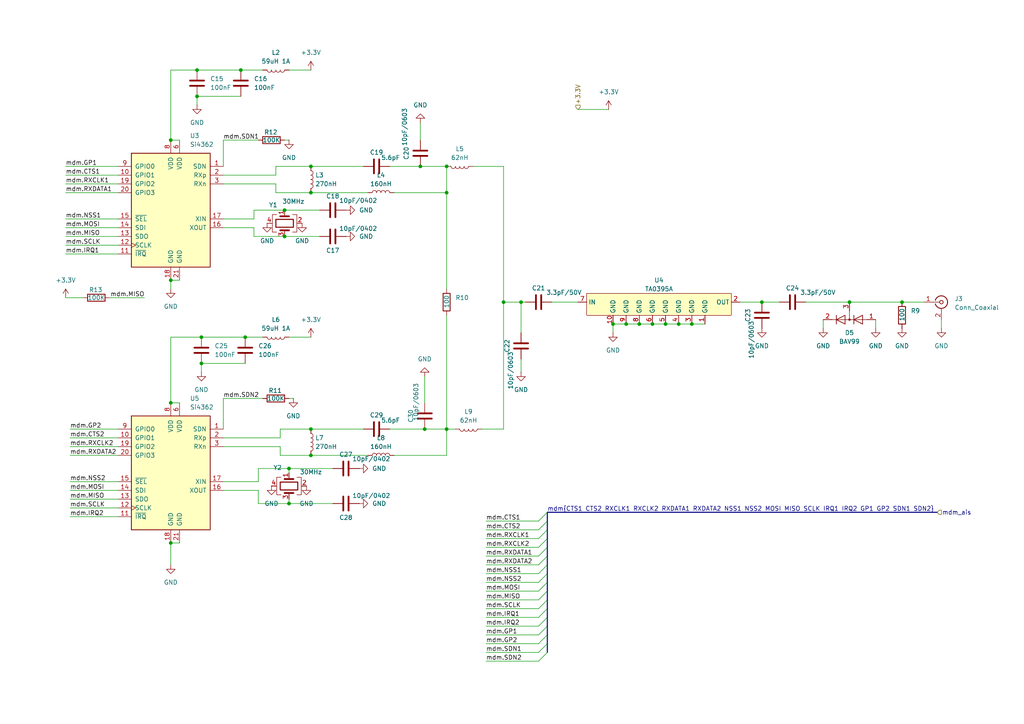
<source format=kicad_sch>
(kicad_sch (version 20231120) (generator "eeschema") (generator_version "8.0")
  (paper "A4")
  (lib_symbols
    (symbol "Connector:Conn_Coaxial" (pin_names (offset 1.016) hide)
      (property "Reference" "J" (at 0.254 3.048 0))
      (property "Value" "Conn_Coaxial" (at 2.921 0 90))
      (symbol "Conn_Coaxial_0_1"
        (arc (start -1.778 -0.508) (mid 0.2311 -1.8066) (end 1.778 0) (stroke (width 0.254)))
        (polyline (pts (xy -2.54 0) (xy -0.508 0)))
        (polyline (pts (xy 0 -2.54) (xy 0 -1.778)))
        (circle (center 0 0) (radius 0.508) (stroke (width 0.2032)))
        (arc (start 1.778 0) (mid 0.2099 1.8101) (end -1.778 0.508) (stroke (width 0.254)))
      )
      (symbol "Conn_Coaxial_1_1"
        (pin passive line (at -5.08 0 0) (length 2.54) (name "In") (number "1"))
        (pin passive line (at 0 -5.08 90) (length 2.54) (name "Ext") (number "2"))
      )
    )
    (symbol "Device:C" (pin_numbers hide) (pin_names (offset 0.254))
      (property "Reference" "C" (at 0.635 2.54 0))
      (property "Value" "C" (at 0.635 -2.54 0))
      (symbol "C_0_1"
        (polyline (pts (xy -2.032 -0.762) (xy 2.032 -0.762)) (stroke (width 0.508)))
        (polyline (pts (xy -2.032 0.762) (xy 2.032 0.762)) (stroke (width 0.508)))
      )
      (symbol "C_1_1"
        (pin passive line (at 0 3.81 270) (length 2.794) (name "~") (number "1"))
        (pin passive line (at 0 -3.81 90) (length 2.794) (name "~") (number "2"))
      )
    )
    (symbol "Device:Crystal_GND24" (pin_names (offset 1.016) hide)
      (property "Reference" "Y" (at 3.175 5.08 0))
      (property "Value" "Crystal_GND24" (at 3.175 3.175 0))
      (symbol "Crystal_GND24_0_1"
        (rectangle (start -1.143 2.54) (end 1.143 -2.54) (stroke (width 0.3048)))
        (polyline (pts (xy -2.54 0) (xy -2.032 0)))
        (polyline (pts (xy -2.032 -1.27) (xy -2.032 1.27)) (stroke (width 0.508)))
        (polyline (pts (xy 0 -3.81) (xy 0 -3.556)))
        (polyline (pts (xy 0 3.556) (xy 0 3.81)))
        (polyline (pts (xy 2.032 -1.27) (xy 2.032 1.27)) (stroke (width 0.508)))
        (polyline (pts (xy 2.032 0) (xy 2.54 0)))
        (polyline (pts (xy -2.54 -2.286) (xy -2.54 -3.556) (xy 2.54 -3.556) (xy 2.54 -2.286)))
        (polyline (pts (xy -2.54 2.286) (xy -2.54 3.556) (xy 2.54 3.556) (xy 2.54 2.286)))
      )
      (symbol "Crystal_GND24_1_1"
        (pin passive line (at -3.81 0 0) (length 1.27) (name "1") (number "1"))
        (pin passive line (at 0 5.08 270) (length 1.27) (name "2") (number "2"))
        (pin passive line (at 3.81 0 180) (length 1.27) (name "3") (number "3"))
        (pin passive line (at 0 -5.08 90) (length 1.27) (name "4") (number "4"))
      )
    )
    (symbol "Device:L" (pin_numbers hide) (pin_names (offset 1.016) hide)
      (property "Reference" "L" (at -1.27 0 90))
      (property "Value" "L" (at 1.905 0 90))
      (symbol "L_0_1"
        (arc (start 0 -2.54) (mid 0.6323 -1.905) (end 0 -1.27))
        (arc (start 0 -1.27) (mid 0.6323 -0.635) (end 0 0))
        (arc (start 0 0) (mid 0.6323 0.635) (end 0 1.27))
        (arc (start 0 1.27) (mid 0.6323 1.905) (end 0 2.54))
      )
      (symbol "L_1_1"
        (pin passive line (at 0 3.81 270) (length 1.27) (name "1") (number "1"))
        (pin passive line (at 0 -3.81 90) (length 1.27) (name "2") (number "2"))
      )
    )
    (symbol "Device:R" (pin_numbers hide) (pin_names (offset 0))
      (property "Reference" "R" (at 2.032 0 90))
      (property "Value" "R" (at 0 0 90))
      (symbol "R_0_1"
        (rectangle (start -1.016 -2.54) (end 1.016 2.54) (stroke (width 0.254)))
      )
      (symbol "R_1_1"
        (pin passive line (at 0 3.81 270) (length 1.27) (name "~") (number "1"))
        (pin passive line (at 0 -3.81 90) (length 1.27) (name "~") (number "2"))
      )
    )
    (symbol "Diode:BAV99" (pin_names hide)
      (property "Reference" "D" (at 0 5.08 0))
      (property "Value" "BAV99" (at 0 2.54 0))
      (symbol "BAV99_0_1"
        (polyline (pts (xy -5.08 0) (xy 5.08 0)))
      )
      (symbol "BAV99_1_1"
        (polyline (pts (xy 0 0) (xy 0 -2.54)))
        (polyline (pts (xy -1.27 -1.27) (xy -1.27 1.27) (xy -1.27 1.27)) (stroke (width 0.2032)))
        (polyline (pts (xy 3.81 1.27) (xy 3.81 -1.27) (xy 3.81 -1.27)) (stroke (width 0.2032)))
        (polyline (pts (xy -3.81 1.27) (xy -1.27 0) (xy -3.81 -1.27) (xy -3.81 1.27) (xy -3.81 1.27) (xy -3.81 1.27)) (stroke (width 0.2032)))
        (polyline (pts (xy 1.27 1.27) (xy 3.81 0) (xy 1.27 -1.27) (xy 1.27 1.27) (xy 1.27 1.27) (xy 1.27 1.27)) (stroke (width 0.2032)))
        (circle (center 0 0) (radius 0.254) (fill (type outline)))
        (pin passive line (at -7.62 0 0) (length 2.54) (name "K") (number "1"))
        (pin passive line (at 7.62 0 180) (length 2.54) (name "A") (number "2"))
        (pin passive line (at 0 -5.08 90) (length 2.54) (name "K") (number "3"))
      )
    )
    (symbol "RF_AM_FM:Si4362" (pin_names (offset 1.016))
      (property "Reference" "U" (at -5.08 19.685 0))
      (property "Value" "Si4362" (at -5.08 17.78 0))
      (symbol "Si4362_0_1"
        (rectangle (start -11.43 16.51) (end 11.43 -16.51) (stroke (width 0.254)) (fill (type background)))
      )
      (symbol "Si4362_1_1"
        (pin input line (at -15.24 12.7 0) (length 3.81) (name "SDN") (number "1"))
        (pin bidirectional line (at 15.24 10.16 180) (length 3.81) (name "GPIO1") (number "10"))
        (pin output line (at 15.24 -12.7 180) (length 3.81) (name "~{IRQ}") (number "11"))
        (pin input clock (at 15.24 -10.16 180) (length 3.81) (name "SCLK") (number "12"))
        (pin output line (at 15.24 -7.62 180) (length 3.81) (name "SDO") (number "13"))
        (pin input line (at 15.24 -5.08 180) (length 3.81) (name "SDI") (number "14"))
        (pin input line (at 15.24 -2.54 180) (length 3.81) (name "~{SEL}") (number "15"))
        (pin output line (at -15.24 -5.08 0) (length 3.81) (name "XOUT") (number "16"))
        (pin input line (at -15.24 -2.54 0) (length 3.81) (name "XIN") (number "17"))
        (pin power_in line (at 0 -20.32 90) (length 3.81) (name "GND") (number "18"))
        (pin bidirectional line (at 15.24 7.62 180) (length 3.81) (name "GPIO2") (number "19"))
        (pin input line (at -15.24 10.16 0) (length 3.81) (name "RXp") (number "2"))
        (pin bidirectional line (at 15.24 5.08 180) (length 3.81) (name "GPIO3") (number "20"))
        (pin power_in line (at -2.54 -20.32 90) (length 3.81) (name "GND") (number "21"))
        (pin input line (at -15.24 7.62 0) (length 3.81) (name "RXn") (number "3"))
        (pin no_connect line (at 2.54 -16.51 90) (length 3.81) hide (name "NC") (number "4"))
        (pin no_connect line (at 5.08 -16.51 90) (length 3.81) hide (name "NC") (number "5"))
        (pin power_in line (at -2.54 20.32 270) (length 3.81) (name "VDD") (number "6"))
        (pin no_connect line (at 7.62 -16.51 90) (length 3.81) hide (name "NC") (number "7"))
        (pin power_in line (at 0 20.32 270) (length 3.81) (name "VDD") (number "8"))
        (pin bidirectional line (at 15.24 12.7 180) (length 3.81) (name "GPIO0") (number "9"))
      )
    )
    (symbol "SI_RF_FILTER:RF_FILTER"
      (property "Reference" "U" (at 0 0 0))
      (symbol "RF_FILTER_1_1"
        (rectangle (start 12.7 11.43) (end 54.61 5.08) (fill (type background)))
        (pin input line (at 20.32 2.54 90) (length 2.54) (name "GND") (number "1"))
        (pin input line (at 46.99 2.54 90) (length 2.54) (name "GND") (number "10"))
        (pin input line (at 10.16 8.89 0) (length 2.54) (name "OUT") (number "2"))
        (pin input line (at 24.13 2.54 90) (length 2.54) (name "GND") (number "3"))
        (pin input line (at 27.94 2.54 90) (length 2.54) (name "GND") (number "4"))
        (pin input line (at 31.75 2.54 90) (length 2.54) (name "GND") (number "5"))
        (pin input line (at 35.56 2.54 90) (length 2.54) (name "GND") (number "6"))
        (pin input line (at 57.15 8.89 180) (length 2.54) (name "IN") (number "7"))
        (pin input line (at 39.37 2.54 90) (length 2.54) (name "GND") (number "8"))
        (pin input line (at 43.18 2.54 90) (length 2.54) (name "GND") (number "9"))
      )
    )
    (symbol "power:+3.3V" (power) (pin_numbers hide) (pin_names (offset 0) hide)
      (property "Value" "+3.3V" (at 0 3.556 0))
      (symbol "+3.3V_0_1"
        (polyline (pts (xy -0.762 1.27) (xy 0 2.54)))
        (polyline (pts (xy 0 0) (xy 0 2.54)))
        (polyline (pts (xy 0 2.54) (xy 0.762 1.27)))
      )
      (symbol "+3.3V_1_1"
        (pin power_in line (at 0 0 90) (length 0) (name "~") (number "1"))
      )
    )
    (symbol "power:GND" (power) (pin_numbers hide) (pin_names (offset 0) hide)
      (property "Value" "GND" (at 0 -3.81 0))
      (symbol "GND_0_1"
        (polyline (pts (xy 0 0) (xy 0 -1.27) (xy 1.27 -1.27) (xy 0 -2.54) (xy -1.27 -1.27) (xy 0 -1.27)))
      )
      (symbol "GND_1_1"
        (pin power_in line (at 0 0 270) (length 0) (name "~") (number "1"))
      )
    )
  )
  (junction (at 71.12 97.79))
  (junction (at 261.62 87.63))
  (junction (at 146.05 87.63))
  (junction (at 90.17 124.46))
  (junction (at 185.42 93.98))
  (junction (at 69.85 20.32))
  (junction (at 90.17 132.08))
  (junction (at 83.82 146.05))
  (junction (at 181.61 93.98))
  (junction (at 196.85 93.98))
  (junction (at 83.82 135.89))
  (junction (at 57.15 20.32))
  (junction (at 82.55 60.96))
  (junction (at 58.42 105.41))
  (junction (at 129.54 55.88))
  (junction (at 189.23 93.98))
  (junction (at 200.66 93.98))
  (junction (at 129.54 48.26))
  (junction (at 177.8 93.98))
  (junction (at 49.53 157.48))
  (junction (at 129.54 124.46))
  (junction (at 49.53 40.64))
  (junction (at 193.04 93.98))
  (junction (at 90.17 48.26))
  (junction (at 151.13 87.63))
  (junction (at 57.15 27.94))
  (junction (at 121.92 48.26))
  (junction (at 49.53 81.28))
  (junction (at 123.19 124.46))
  (junction (at 58.42 97.79))
  (junction (at 220.98 87.63))
  (junction (at 246.38 87.63))
  (junction (at 90.17 55.88))
  (junction (at 82.55 68.58))
  (junction (at 49.53 116.84))
  (bus_entry (at 158.75 151.13) (size -2.54 2.54))
  (bus_entry (at 158.75 181.61) (size -2.54 2.54))
  (bus_entry (at 158.75 163.83) (size -2.54 2.54))
  (bus_entry (at 158.75 179.07) (size -2.54 2.54))
  (bus_entry (at 158.75 184.15) (size -2.54 2.54))
  (bus_entry (at 158.75 158.75) (size -2.54 2.54))
  (bus_entry (at 158.75 189.23) (size -2.54 2.54))
  (bus_entry (at 158.75 148.59) (size -2.54 2.54))
  (bus_entry (at 158.75 156.21) (size -2.54 2.54))
  (bus_entry (at 158.75 173.99) (size -2.54 2.54))
  (bus_entry (at 158.75 168.91) (size -2.54 2.54))
  (bus_entry (at 158.75 176.53) (size -2.54 2.54))
  (bus_entry (at 158.75 153.67) (size -2.54 2.54))
  (bus_entry (at 158.75 186.69) (size -2.54 2.54))
  (bus_entry (at 158.75 171.45) (size -2.54 2.54))
  (bus_entry (at 158.75 161.29) (size -2.54 2.54))
  (bus_entry (at 158.75 166.37) (size -2.54 2.54))
  (wire (pts (xy 140.97 173.99) (xy 156.21 173.99)))
  (bus (pts (xy 158.75 171.45) (xy 158.75 173.99)))
  (wire (pts (xy 139.7 124.46) (xy 146.05 124.46)))
  (wire (pts (xy 254 95.25) (xy 254 92.71)))
  (wire (pts (xy 64.77 40.64) (xy 74.93 40.64)))
  (wire (pts (xy 177.8 93.98) (xy 177.8 96.52)))
  (wire (pts (xy 90.17 55.88) (xy 106.68 55.88)))
  (wire (pts (xy 90.17 48.26) (xy 105.41 48.26)))
  (wire (pts (xy 76.2 20.32) (xy 69.85 20.32)))
  (wire (pts (xy 20.32 142.24) (xy 34.29 142.24)))
  (wire (pts (xy 58.42 97.79) (xy 49.53 97.79)))
  (wire (pts (xy 140.97 189.23) (xy 156.21 189.23)))
  (wire (pts (xy 90.17 97.79) (xy 83.82 97.79)))
  (wire (pts (xy 31.75 86.36) (xy 41.91 86.36)))
  (wire (pts (xy 19.05 73.66) (xy 34.29 73.66)))
  (wire (pts (xy 19.05 63.5) (xy 34.29 63.5)))
  (bus (pts (xy 158.75 156.21) (xy 158.75 158.75)))
  (wire (pts (xy 261.62 87.63) (xy 267.97 87.63)))
  (wire (pts (xy 80.01 53.34) (xy 80.01 55.88)))
  (wire (pts (xy 73.66 63.5) (xy 73.66 60.96)))
  (wire (pts (xy 83.82 144.78) (xy 83.82 146.05)))
  (wire (pts (xy 19.05 53.34) (xy 34.29 53.34)))
  (wire (pts (xy 114.3 132.08) (xy 129.54 132.08)))
  (wire (pts (xy 81.28 132.08) (xy 90.17 132.08)))
  (wire (pts (xy 129.54 124.46) (xy 129.54 91.44)))
  (wire (pts (xy 83.82 137.16) (xy 83.82 135.89)))
  (wire (pts (xy 140.97 156.21) (xy 156.21 156.21)))
  (wire (pts (xy 129.54 124.46) (xy 132.08 124.46)))
  (wire (pts (xy 83.82 135.89) (xy 74.93 135.89)))
  (wire (pts (xy 273.05 95.25) (xy 273.05 92.71)))
  (wire (pts (xy 140.97 158.75) (xy 156.21 158.75)))
  (wire (pts (xy 20.32 147.32) (xy 34.29 147.32)))
  (wire (pts (xy 167.64 31.75) (xy 176.53 31.75)))
  (wire (pts (xy 64.77 115.57) (xy 64.77 124.46)))
  (wire (pts (xy 121.92 48.26) (xy 129.54 48.26)))
  (wire (pts (xy 49.53 157.48) (xy 52.07 157.48)))
  (wire (pts (xy 151.13 107.95) (xy 151.13 104.14)))
  (wire (pts (xy 160.02 87.63) (xy 167.64 87.63)))
  (wire (pts (xy 49.53 83.82) (xy 49.53 81.28)))
  (wire (pts (xy 73.66 68.58) (xy 82.55 68.58)))
  (wire (pts (xy 64.77 48.26) (xy 64.77 40.64)))
  (wire (pts (xy 80.01 50.8) (xy 80.01 48.26)))
  (wire (pts (xy 57.15 30.48) (xy 57.15 27.94)))
  (bus (pts (xy 158.75 158.75) (xy 158.75 161.29)))
  (wire (pts (xy 129.54 48.26) (xy 129.54 55.88)))
  (wire (pts (xy 220.98 87.63) (xy 226.06 87.63)))
  (wire (pts (xy 96.52 135.89) (xy 83.82 135.89)))
  (wire (pts (xy 200.66 93.98) (xy 196.85 93.98)))
  (wire (pts (xy 80.01 55.88) (xy 90.17 55.88)))
  (bus (pts (xy 158.75 153.67) (xy 158.75 156.21)))
  (wire (pts (xy 185.42 93.98) (xy 181.61 93.98)))
  (wire (pts (xy 81.28 129.54) (xy 81.28 132.08)))
  (wire (pts (xy 82.55 60.96) (xy 92.71 60.96)))
  (wire (pts (xy 123.19 109.22) (xy 123.19 116.84)))
  (wire (pts (xy 129.54 55.88) (xy 129.54 83.82)))
  (wire (pts (xy 74.93 146.05) (xy 83.82 146.05)))
  (wire (pts (xy 64.77 142.24) (xy 74.93 142.24)))
  (bus (pts (xy 158.75 168.91) (xy 158.75 171.45)))
  (wire (pts (xy 74.93 139.7) (xy 64.77 139.7)))
  (bus (pts (xy 158.75 151.13) (xy 158.75 153.67)))
  (wire (pts (xy 20.32 127) (xy 34.29 127)))
  (wire (pts (xy 20.32 124.46) (xy 34.29 124.46)))
  (bus (pts (xy 158.75 163.83) (xy 158.75 166.37)))
  (wire (pts (xy 64.77 66.04) (xy 73.66 66.04)))
  (wire (pts (xy 140.97 153.67) (xy 156.21 153.67)))
  (wire (pts (xy 85.09 115.57) (xy 83.82 115.57)))
  (bus (pts (xy 158.75 179.07) (xy 158.75 181.61)))
  (wire (pts (xy 20.32 139.7) (xy 34.29 139.7)))
  (wire (pts (xy 193.04 93.98) (xy 189.23 93.98)))
  (wire (pts (xy 73.66 66.04) (xy 73.66 68.58)))
  (wire (pts (xy 151.13 87.63) (xy 151.13 96.52)))
  (bus (pts (xy 158.75 161.29) (xy 158.75 163.83)))
  (wire (pts (xy 123.19 124.46) (xy 129.54 124.46)))
  (bus (pts (xy 158.75 176.53) (xy 158.75 179.07)))
  (wire (pts (xy 73.66 60.96) (xy 82.55 60.96)))
  (wire (pts (xy 64.77 53.34) (xy 80.01 53.34)))
  (wire (pts (xy 151.13 87.63) (xy 152.4 87.63)))
  (wire (pts (xy 69.85 20.32) (xy 57.15 20.32)))
  (bus (pts (xy 158.75 181.61) (xy 158.75 184.15)))
  (bus (pts (xy 158.75 173.99) (xy 158.75 176.53)))
  (wire (pts (xy 83.82 40.64) (xy 82.55 40.64)))
  (wire (pts (xy 81.28 124.46) (xy 90.17 124.46)))
  (wire (pts (xy 140.97 181.61) (xy 156.21 181.61)))
  (wire (pts (xy 233.68 87.63) (xy 246.38 87.63)))
  (wire (pts (xy 82.55 68.58) (xy 92.71 68.58)))
  (wire (pts (xy 140.97 179.07) (xy 156.21 179.07)))
  (wire (pts (xy 140.97 191.77) (xy 156.21 191.77)))
  (wire (pts (xy 113.03 124.46) (xy 123.19 124.46)))
  (wire (pts (xy 140.97 184.15) (xy 156.21 184.15)))
  (wire (pts (xy 19.05 71.12) (xy 34.29 71.12)))
  (wire (pts (xy 49.53 116.84) (xy 52.07 116.84)))
  (wire (pts (xy 204.47 93.98) (xy 200.66 93.98)))
  (wire (pts (xy 90.17 20.32) (xy 83.82 20.32)))
  (wire (pts (xy 137.16 48.26) (xy 146.05 48.26)))
  (bus (pts (xy 158.75 148.59) (xy 271.78 148.59)))
  (wire (pts (xy 20.32 149.86) (xy 34.29 149.86)))
  (wire (pts (xy 76.2 97.79) (xy 71.12 97.79)))
  (wire (pts (xy 49.53 40.64) (xy 52.07 40.64)))
  (wire (pts (xy 196.85 93.98) (xy 193.04 93.98)))
  (bus (pts (xy 158.75 184.15) (xy 158.75 186.69)))
  (wire (pts (xy 58.42 105.41) (xy 71.12 105.41)))
  (wire (pts (xy 140.97 163.83) (xy 156.21 163.83)))
  (wire (pts (xy 129.54 132.08) (xy 129.54 124.46)))
  (wire (pts (xy 214.63 87.63) (xy 220.98 87.63)))
  (bus (pts (xy 158.75 166.37) (xy 158.75 168.91)))
  (wire (pts (xy 74.93 135.89) (xy 74.93 139.7)))
  (wire (pts (xy 57.15 27.94) (xy 69.85 27.94)))
  (wire (pts (xy 113.03 48.26) (xy 121.92 48.26)))
  (wire (pts (xy 189.23 93.98) (xy 185.42 93.98)))
  (wire (pts (xy 20.32 132.08) (xy 34.29 132.08)))
  (wire (pts (xy 121.92 35.56) (xy 121.92 40.64)))
  (wire (pts (xy 20.32 129.54) (xy 34.29 129.54)))
  (wire (pts (xy 49.53 163.83) (xy 49.53 157.48)))
  (wire (pts (xy 80.01 48.26) (xy 90.17 48.26)))
  (wire (pts (xy 19.05 66.04) (xy 34.29 66.04)))
  (wire (pts (xy 90.17 124.46) (xy 105.41 124.46)))
  (wire (pts (xy 90.17 132.08) (xy 106.68 132.08)))
  (wire (pts (xy 140.97 161.29) (xy 156.21 161.29)))
  (wire (pts (xy 76.2 115.57) (xy 64.77 115.57)))
  (wire (pts (xy 146.05 48.26) (xy 146.05 87.63)))
  (wire (pts (xy 20.32 144.78) (xy 34.29 144.78)))
  (wire (pts (xy 181.61 93.98) (xy 177.8 93.98)))
  (wire (pts (xy 64.77 129.54) (xy 81.28 129.54)))
  (wire (pts (xy 71.12 97.79) (xy 58.42 97.79)))
  (wire (pts (xy 64.77 63.5) (xy 73.66 63.5)))
  (wire (pts (xy 83.82 146.05) (xy 96.52 146.05)))
  (wire (pts (xy 140.97 151.13) (xy 156.21 151.13)))
  (wire (pts (xy 146.05 124.46) (xy 146.05 87.63)))
  (wire (pts (xy 114.3 55.88) (xy 129.54 55.88)))
  (wire (pts (xy 140.97 176.53) (xy 156.21 176.53)))
  (wire (pts (xy 19.05 86.36) (xy 24.13 86.36)))
  (wire (pts (xy 49.53 97.79) (xy 49.53 116.84)))
  (wire (pts (xy 140.97 166.37) (xy 156.21 166.37)))
  (bus (pts (xy 158.75 148.59) (xy 158.75 151.13)))
  (wire (pts (xy 19.05 68.58) (xy 34.29 68.58)))
  (wire (pts (xy 19.05 50.8) (xy 34.29 50.8)))
  (wire (pts (xy 146.05 87.63) (xy 151.13 87.63)))
  (wire (pts (xy 49.53 81.28) (xy 52.07 81.28)))
  (wire (pts (xy 74.93 142.24) (xy 74.93 146.05)))
  (wire (pts (xy 64.77 127) (xy 81.28 127)))
  (wire (pts (xy 19.05 48.26) (xy 34.29 48.26)))
  (wire (pts (xy 57.15 20.32) (xy 49.53 20.32)))
  (wire (pts (xy 246.38 87.63) (xy 261.62 87.63)))
  (wire (pts (xy 140.97 168.91) (xy 156.21 168.91)))
  (wire (pts (xy 49.53 20.32) (xy 49.53 40.64)))
  (wire (pts (xy 238.76 95.25) (xy 238.76 92.71)))
  (wire (pts (xy 58.42 107.95) (xy 58.42 105.41)))
  (wire (pts (xy 64.77 50.8) (xy 80.01 50.8)))
  (bus (pts (xy 158.75 186.69) (xy 158.75 189.23)))
  (wire (pts (xy 19.05 55.88) (xy 34.29 55.88)))
  (wire (pts (xy 140.97 186.69) (xy 156.21 186.69)))
  (wire (pts (xy 81.28 127) (xy 81.28 124.46)))
  (wire (pts (xy 140.97 171.45) (xy 156.21 171.45)))
  (label "mdm.GP1" (at 140.97 184.15 0))
  (label "mdm.IRQ1" (at 19.05 73.66 0))
  (label "mdm{CTS1 CTS2 RXCLK1 RXCLK2 RXDATA1 RXDATA2 NSS1 NSS2 MOSI MISO SCLK IRQ1 IRQ2 GP1 GP2 SDN1 SDN2}" (at 158.75 148.59 0))
  (label "mdm.RXCLK1" (at 19.05 53.34 0))
  (label "mdm.SDN1" (at 64.77 40.64 0))
  (label "mdm.SDN2" (at 64.77 115.57 0))
  (label "mdm.RXDATA2" (at 140.97 163.83 0))
  (label "mdm.MOSI" (at 20.32 142.24 0))
  (label "mdm.RXDATA1" (at 140.97 161.29 0))
  (label "mdm.MISO" (at 19.05 68.58 0))
  (label "mdm.GP1" (at 19.05 48.26 0))
  (label "mdm.RXDATA2" (at 20.32 132.08 0))
  (label "mdm.GP2" (at 140.97 186.69 0))
  (label "mdm.NSS2" (at 20.32 139.7 0))
  (label "mdm.CTS2" (at 140.97 153.67 0))
  (label "mdm.SDN2" (at 140.97 191.77 0))
  (label "mdm.GP2" (at 20.32 124.46 0))
  (label "mdm.IRQ2" (at 20.32 149.86 0))
  (label "mdm.SCLK" (at 19.05 71.12 0))
  (label "mdm.RXCLK2" (at 140.97 158.75 0))
  (label "mdm.CTS2" (at 20.32 127 0))
  (label "mdm.IRQ1" (at 140.97 179.07 0))
  (label "mdm.CTS1" (at 19.05 50.8 0))
  (label "mdm.RXDATA1" (at 19.05 55.88 0))
  (label "mdm.MOSI" (at 140.97 171.45 0))
  (label "mdm.RXCLK2" (at 20.32 129.54 0))
  (label "mdm.NSS2" (at 140.97 168.91 0))
  (label "mdm.SDN1" (at 140.97 189.23 0))
  (label "mdm.MOSI" (at 19.05 66.04 0))
  (label "mdm.RXCLK1" (at 140.97 156.21 0))
  (label "mdm.IRQ2" (at 140.97 181.61 0))
  (label "mdm.NSS1" (at 140.97 166.37 0))
  (label "mdm.NSS1" (at 19.05 63.5 0))
  (label "mdm.SCLK" (at 140.97 176.53 0))
  (label "mdm.CTS1" (at 140.97 151.13 0))
  (label "mdm.MISO" (at 41.91 86.36 180))
  (label "mdm.MISO" (at 20.32 144.78 0))
  (label "mdm.SCLK" (at 20.32 147.32 0))
  (label "mdm.MISO" (at 140.97 173.99 0))
  (hierarchical_label "mdm_ais" (shape input) (at 271.78 148.59 0))
  (hierarchical_label "+3.3V" (shape input) (at 167.64 31.75 90))
  (symbol (lib_id "power:GND") (at 123.19 109.22 180) (unit 1)
    (property "Reference" "#PWR012" (effects (hide yes)))
    (property "Value" "GND" (at 123.19 104.14 0))
    (property "Description" "Power symbol creates a global label with name \"GND\" , ground" (effects (hide yes)))
  )
  (symbol (lib_id "Device:L") (at 90.17 128.27 0) (unit 1)
    (property "Reference" "L7" (at 91.44 126.9999 0) (effects (justify left)))
    (property "Value" "270nH" (at 91.44 129.5399 0) (effects (justify left)))
    (property "Footprint" "Inductor_SMD:L_0603_1608Metric" (effects (hide yes)))
    (property "Description" "Inductor" (effects (hide yes)))
  )
  (symbol (lib_id "power:GND") (at 49.53 163.83 0) (unit 1)
    (property "Reference" "#PWR06" (effects (hide yes)))
    (property "Value" "GND" (at 49.53 168.91 0))
    (property "Description" "Power symbol creates a global label with name \"GND\" , ground" (effects (hide yes)))
  )
  (symbol (lib_id "power:GND") (at 151.13 107.95 0) (unit 1)
    (property "Reference" "#PWR013" (effects (hide yes)))
    (property "Value" "GND" (at 151.13 113.03 0))
    (property "Description" "Power symbol creates a global label with name \"GND\" , ground" (effects (hide yes)))
  )
  (symbol (lib_id "Device:C") (at 123.19 120.65 0) (unit 1)
    (property "Reference" "C30" (at 119.126 120.65 90))
    (property "Value" "10pF/0603" (at 120.65 116.586 90))
    (property "Footprint" "Capacitor_SMD:C_0603_1608Metric" (effects (hide yes)))
    (property "Description" "Unpolarized capacitor" (effects (hide yes)))
  )
  (symbol (lib_id "power:GND") (at 261.62 95.25 0) (unit 1)
    (property "Reference" "#PWR017" (effects (hide yes)))
    (property "Value" "GND" (at 261.62 100.33 0))
    (property "Description" "Power symbol creates a global label with name \"GND\" , ground" (effects (hide yes)))
  )
  (symbol (lib_id "Device:L") (at 110.49 132.08 90) (unit 1)
    (property "Reference" "L8" (at 110.49 127 90))
    (property "Value" "160nH" (at 110.49 129.54 90))
    (property "Footprint" "Inductor_SMD:L_0603_1608Metric" (effects (hide yes)))
    (property "Description" "Inductor" (effects (hide yes)))
  )
  (symbol (lib_id "power:+3.3V") (at 176.53 31.75 0) (unit 1)
    (property "Reference" "#PWR057" (effects (hide yes)))
    (property "Value" "+3.3V" (at 176.53 26.67 0))
    (property "Description" "Power symbol creates a global label with name \"+3.3V\"" (effects (hide yes)))
  )
  (symbol (lib_id "SI_RF_FILTER:RF_FILTER") (at 224.79 96.52 0) (mirror y) (unit 1)
    (property "Reference" "U4" (at 191.135 81.28 0))
    (property "Value" "TA0395A" (at 191.135 83.82 0))
    (property "Footprint" "SI_RF_FILTER:TA0395A" (effects (hide yes)))
  )
  (symbol (lib_id "power:GND") (at 273.05 95.25 0) (unit 1)
    (property "Reference" "#PWR018" (effects (hide yes)))
    (property "Value" "GND" (at 273.05 100.33 0))
    (property "Description" "Power symbol creates a global label with name \"GND\" , ground" (effects (hide yes)))
  )
  (symbol (lib_id "Device:Crystal_GND24") (at 83.82 140.97 270) (unit 1)
    (property "Reference" "Y2" (at 80.518 135.636 90))
    (property "Value" "30MHz" (at 90.17 136.906 90))
    (property "Footprint" "Crystal:Crystal_SMD_SeikoEpson_TSX3225-4Pin_3.2x2.5mm" (effects (hide yes)))
    (property "Description" "Four pin crystal, GND on pins 2 and 4" (effects (hide yes)))
  )
  (symbol (lib_id "Device:R") (at 27.94 86.36 90) (unit 1)
    (property "Reference" "R13" (at 29.718 84.074 90) (effects (justify left)))
    (property "Value" "100K" (at 30.48 86.36 90) (effects (justify left)))
    (property "Footprint" "CTS_Resistor_SMD:R_0603_1608Metric" (effects (hide yes)))
    (property "Description" "Resistor" (effects (hide yes)))
  )
  (symbol (lib_id "Device:C") (at 109.22 124.46 270) (unit 1)
    (property "Reference" "C29" (at 109.22 120.396 90))
    (property "Value" "5.6pF" (at 113.284 121.92 90))
    (property "Footprint" "Capacitor_SMD:C_0805_2012Metric" (effects (hide yes)))
    (property "Description" "Unpolarized capacitor" (effects (hide yes)))
  )
  (symbol (lib_id "Device:C") (at 151.13 100.33 0) (unit 1)
    (property "Reference" "C22" (at 147.066 100.33 90))
    (property "Value" "10pF/0603" (at 148.082 107.442 90))
    (property "Footprint" "Capacitor_SMD:C_0603_1608Metric" (effects (hide yes)))
    (property "Description" "Unpolarized capacitor" (effects (hide yes)))
  )
  (symbol (lib_id "Device:R") (at 80.01 115.57 90) (unit 1)
    (property "Reference" "R11" (at 81.788 113.284 90) (effects (justify left)))
    (property "Value" "100K" (at 82.55 115.57 90) (effects (justify left)))
    (property "Footprint" "CTS_Resistor_SMD:R_0603_1608Metric" (effects (hide yes)))
    (property "Description" "Resistor" (effects (hide yes)))
  )
  (symbol (lib_id "power:GND") (at 88.9 140.97 0) (unit 1)
    (property "Reference" "#PWR021" (effects (hide yes)))
    (property "Value" "GND" (at 88.9 146.05 0))
    (property "Description" "Power symbol creates a global label with name \"GND\" , ground" (effects (hide yes)))
  )
  (symbol (lib_id "Device:L") (at 133.35 48.26 270) (unit 1)
    (property "Reference" "L5" (at 133.35 43.18 90))
    (property "Value" "62nH" (at 133.35 45.72 90))
    (property "Footprint" "Inductor_SMD:L_0603_1608Metric" (effects (hide yes)))
    (property "Description" "Inductor" (effects (hide yes)))
    (property "Order" "https://www.mouser.tw/ProductDetail/Murata-Electronics/LQW18AN62NJ0ZD?qs=Ey7%2FXF42M3fv0gXJTm%2FnKQ%3D%3D" (effects (hide yes)))
  )
  (symbol (lib_id "power:GND") (at 87.63 64.77 0) (unit 1)
    (property "Reference" "#PWR025" (effects (hide yes)))
    (property "Value" "GND" (at 87.63 69.85 0))
    (property "Description" "Power symbol creates a global label with name \"GND\" , ground" (effects (hide yes)))
  )
  (symbol (lib_id "Device:C") (at 58.42 101.6 0) (unit 1)
    (property "Reference" "C25" (at 62.23 100.3299 0) (effects (justify left)))
    (property "Value" "100nF" (at 62.23 102.8699 0) (effects (justify left)))
    (property "Footprint" "CTS_Capacitor_SMD:C_0402_1005Metric" (effects (hide yes)))
    (property "Description" "Unpolarized capacitor" (effects (hide yes)))
  )
  (symbol (lib_id "Diode:BAV99") (at 246.38 92.71 180) (unit 1)
    (property "Reference" "D5" (at 246.38 96.52 0))
    (property "Value" "BAV99" (at 246.38 99.06 0))
    (property "Footprint" "Package_TO_SOT_SMD:SOT-23" (effects (hide yes)))
    (property "Datasheet" "https://assets.nexperia.com/documents/data-sheet/BAV99_SER.pdf" (effects (hide yes)))
    (property "Description" "BAV99 High-speed switching diodes, SOT-23" (effects (hide yes)))
  )
  (symbol (lib_id "Device:Crystal_GND24") (at 82.55 64.77 270) (unit 1)
    (property "Reference" "Y1" (at 79.248 59.436 90))
    (property "Value" "30MHz" (at 85.09 58.42 90))
    (property "Footprint" "Crystal:Crystal_SMD_SeikoEpson_TSX3225-4Pin_3.2x2.5mm" (effects (hide yes)))
    (property "Description" "Four pin crystal, GND on pins 2 and 4" (effects (hide yes)))
  )
  (symbol (lib_id "power:+3.3V") (at 90.17 97.79 0) (unit 1)
    (property "Reference" "#PWR010" (effects (hide yes)))
    (property "Value" "+3.3V" (at 90.17 92.71 0))
    (property "Description" "Power symbol creates a global label with name \"+3.3V\"" (effects (hide yes)))
  )
  (symbol (lib_id "Device:L") (at 80.01 20.32 270) (unit 1)
    (property "Reference" "L2" (at 80.01 15.24 90))
    (property "Value" "59uH 1A" (at 80.01 17.78 90))
    (property "Footprint" "Capacitor_SMD:C_0402_1005Metric" (effects (hide yes)))
    (property "Description" "Inductor" (effects (hide yes)))
  )
  (symbol (lib_id "power:GND") (at 254 95.25 0) (unit 1)
    (property "Reference" "#PWR016" (effects (hide yes)))
    (property "Value" "GND" (at 254 100.33 0))
    (property "Description" "Power symbol creates a global label with name \"GND\" , ground" (effects (hide yes)))
  )
  (symbol (lib_id "Device:R") (at 78.74 40.64 90) (unit 1)
    (property "Reference" "R12" (at 80.518 38.354 90) (effects (justify left)))
    (property "Value" "100K" (at 81.28 40.64 90) (effects (justify left)))
    (property "Footprint" "CTS_Resistor_SMD:R_0603_1608Metric" (effects (hide yes)))
    (property "Description" "Resistor" (effects (hide yes)))
  )
  (symbol (lib_id "power:GND") (at 57.15 30.48 0) (unit 1)
    (property "Reference" "#PWR043" (effects (hide yes)))
    (property "Value" "GND" (at 57.15 35.56 0))
    (property "Description" "Power symbol creates a global label with name \"GND\" , ground" (effects (hide yes)))
  )
  (symbol (lib_id "power:GND") (at 83.82 40.64 0) (unit 1)
    (property "Reference" "#PWR07" (effects (hide yes)))
    (property "Value" "GND" (at 83.82 45.72 0))
    (property "Description" "Power symbol creates a global label with name \"GND\" , ground" (effects (hide yes)))
  )
  (symbol (lib_id "Device:C") (at 71.12 101.6 0) (unit 1)
    (property "Reference" "C26" (at 74.93 100.3299 0) (effects (justify left)))
    (property "Value" "100nF" (at 74.93 102.8699 0) (effects (justify left)))
    (property "Footprint" "CTS_Capacitor_SMD:C_0402_1005Metric" (effects (hide yes)))
    (property "Description" "Unpolarized capacitor" (effects (hide yes)))
  )
  (symbol (lib_id "Connector:Conn_Coaxial") (at 273.05 87.63 0) (unit 1)
    (property "Reference" "J3" (at 276.86 86.6531 0) (effects (justify left)))
    (property "Value" "Conn_Coaxial" (at 276.86 89.1931 0) (effects (justify left)))
    (property "Footprint" "Connector_Coaxial:SMA_Molex_73251-1153_EdgeMount_Horizontal" (effects (hide yes)))
    (property "Description" "coaxial connector (BNC, SMA, SMB, SMC, Cinch/RCA, LEMO, ...)" (effects (hide yes)))
  )
  (symbol (lib_id "power:+3.3V") (at 19.05 86.36 0) (unit 1)
    (property "Reference" "#PWR03" (effects (hide yes)))
    (property "Value" "+3.3V" (at 19.05 81.28 0))
    (property "Description" "Power symbol creates a global label with name \"+3.3V\"" (effects (hide yes)))
  )
  (symbol (lib_id "RF_AM_FM:Si4362") (at 49.53 137.16 0) (mirror y) (unit 1)
    (property "Reference" "U5" (at 55.0865 115.57 0) (effects (justify right)))
    (property "Value" "Si4362" (at 55.0865 118.11 0) (effects (justify right)))
    (property "Footprint" "Package_DFN_QFN:QFN-20-1EP_4x4mm_P0.5mm_EP2.5x2.5mm" (effects (hide yes)))
    (property "Datasheet" "http://www.silabs.com/Support%20Documents/TechnicalDocs/Si4362.pdf" (effects (hide yes)))
    (property "Description" "EZRadioPRO Low Current Receiver" (effects (hide yes)))
  )
  (symbol (lib_id "Device:C") (at 121.92 44.45 0) (unit 1)
    (property "Reference" "C20" (at 117.856 44.45 90))
    (property "Value" "10pF/0603" (at 117.348 36.83 90))
    (property "Footprint" "Capacitor_SMD:C_0603_1608Metric" (effects (hide yes)))
    (property "Description" "Unpolarized capacitor" (effects (hide yes)))
  )
  (symbol (lib_id "Device:C") (at 220.98 91.44 0) (unit 1)
    (property "Reference" "C23" (at 216.916 91.44 90))
    (property "Value" "10pF/0603" (at 217.932 98.552 90))
    (property "Footprint" "Capacitor_SMD:C_0603_1608Metric" (effects (hide yes)))
    (property "Description" "Unpolarized capacitor" (effects (hide yes)))
  )
  (symbol (lib_id "power:GND") (at 77.47 64.77 0) (unit 1)
    (property "Reference" "#PWR024" (effects (hide yes)))
    (property "Value" "GND" (at 77.47 69.85 0))
    (property "Description" "Power symbol creates a global label with name \"GND\" , ground" (effects (hide yes)))
  )
  (symbol (lib_id "power:GND") (at 85.09 115.57 0) (unit 1)
    (property "Reference" "#PWR08" (effects (hide yes)))
    (property "Value" "GND" (at 85.09 120.65 0))
    (property "Description" "Power symbol creates a global label with name \"GND\" , ground" (effects (hide yes)))
  )
  (symbol (lib_id "power:GND") (at 220.98 95.25 0) (unit 1)
    (property "Reference" "#PWR014" (effects (hide yes)))
    (property "Value" "GND" (at 220.98 100.33 0))
    (property "Description" "Power symbol creates a global label with name \"GND\" , ground" (effects (hide yes)))
  )
  (symbol (lib_id "Device:C") (at 109.22 48.26 270) (unit 1)
    (property "Reference" "C19" (at 109.22 44.196 90))
    (property "Value" "5.6pF" (at 113.284 45.72 90))
    (property "Footprint" "Capacitor_SMD:C_0805_2012Metric" (effects (hide yes)))
    (property "Description" "Unpolarized capacitor" (effects (hide yes)))
  )
  (symbol (lib_id "Device:R") (at 129.54 87.63 0) (unit 1)
    (property "Reference" "R10" (at 132.08 86.3599 0) (effects (justify left)))
    (property "Value" "100" (at 129.54 89.408 90) (effects (justify left)))
    (property "Footprint" "CTS_Resistor_SMD:R_0603_1608Metric" (effects (hide yes)))
    (property "Description" "Resistor" (effects (hide yes)))
  )
  (symbol (lib_id "Device:C") (at 96.52 68.58 90) (unit 1)
    (property "Reference" "C17" (at 96.52 72.644 90))
    (property "Value" "10pF/0402" (at 103.886 66.294 90))
    (property "Footprint" "CTS_Capacitor_SMD:C_0402_1005Metric" (effects (hide yes)))
    (property "Description" "Unpolarized capacitor" (effects (hide yes)))
  )
  (symbol (lib_id "Device:C") (at 69.85 24.13 0) (unit 1)
    (property "Reference" "C16" (at 73.66 22.8599 0) (effects (justify left)))
    (property "Value" "100nF" (at 73.66 25.3999 0) (effects (justify left)))
    (property "Footprint" "CTS_Capacitor_SMD:C_0402_1005Metric" (effects (hide yes)))
    (property "Description" "Unpolarized capacitor" (effects (hide yes)))
  )
  (symbol (lib_id "Device:C") (at 96.52 60.96 270) (unit 1)
    (property "Reference" "C18" (at 96.52 56.896 90))
    (property "Value" "10pF/0402" (at 103.886 58.166 90))
    (property "Footprint" "CTS_Capacitor_SMD:C_0402_1005Metric" (effects (hide yes)))
    (property "Description" "Unpolarized capacitor" (effects (hide yes)))
  )
  (symbol (lib_id "Device:C") (at 229.87 87.63 270) (unit 1)
    (property "Reference" "C24" (at 229.87 83.566 90))
    (property "Value" "3.3pF/50V" (at 237.236 84.836 90))
    (property "Footprint" "CTS_Capacitor_SMD:C_0603_1608Metric" (effects (hide yes)))
    (property "Description" "Unpolarized capacitor" (effects (hide yes)))
    (property "Order" "https://www.mouser.com/ProductDetail/Murata-Electronics/GCQ0335C1H3R3BB01D?qs=HoCaDK9Nz5fSqagDOzJL8g%3D%3D" (effects (hide yes)))
  )
  (symbol (lib_id "power:GND") (at 121.92 35.56 180) (unit 1)
    (property "Reference" "#PWR011" (effects (hide yes)))
    (property "Value" "GND" (at 121.92 30.48 0))
    (property "Description" "Power symbol creates a global label with name \"GND\" , ground" (effects (hide yes)))
  )
  (symbol (lib_id "power:GND") (at 49.53 83.82 0) (unit 1)
    (property "Reference" "#PWR05" (effects (hide yes)))
    (property "Value" "GND" (at 49.53 88.9 0))
    (property "Description" "Power symbol creates a global label with name \"GND\" , ground" (effects (hide yes)))
  )
  (symbol (lib_id "power:GND") (at 104.14 146.05 90) (unit 1)
    (property "Reference" "#PWR023" (effects (hide yes)))
    (property "Value" "GND" (at 107.95 146.0499 90) (effects (justify right)))
    (property "Description" "Power symbol creates a global label with name \"GND\" , ground" (effects (hide yes)))
  )
  (symbol (lib_id "power:GND") (at 58.42 107.95 0) (unit 1)
    (property "Reference" "#PWR044" (effects (hide yes)))
    (property "Value" "GND" (at 58.42 113.03 0))
    (property "Description" "Power symbol creates a global label with name \"GND\" , ground" (effects (hide yes)))
  )
  (symbol (lib_id "Device:L") (at 80.01 97.79 270) (unit 1)
    (property "Reference" "L6" (at 80.01 92.71 90))
    (property "Value" "59uH 1A" (at 80.01 95.25 90))
    (property "Footprint" "Capacitor_SMD:C_0402_1005Metric" (effects (hide yes)))
    (property "Description" "Inductor" (effects (hide yes)))
  )
  (symbol (lib_id "Device:L") (at 90.17 52.07 0) (unit 1)
    (property "Reference" "L3" (at 91.44 50.7999 0) (effects (justify left)))
    (property "Value" "270nH" (at 91.44 53.3399 0) (effects (justify left)))
    (property "Footprint" "Inductor_SMD:L_0603_1608Metric" (effects (hide yes)))
    (property "Description" "Inductor" (effects (hide yes)))
  )
  (symbol (lib_id "RF_AM_FM:Si4362") (at 49.53 60.96 0) (mirror y) (unit 1)
    (property "Reference" "U3" (at 55.0865 39.37 0) (effects (justify right)))
    (property "Value" "Si4362" (at 55.0865 41.91 0) (effects (justify right)))
    (property "Footprint" "Package_DFN_QFN:QFN-20-1EP_4x4mm_P0.5mm_EP2.5x2.5mm" (effects (hide yes)))
    (property "Datasheet" "http://www.silabs.com/Support%20Documents/TechnicalDocs/Si4362.pdf" (effects (hide yes)))
    (property "Description" "EZRadioPRO Low Current Receiver" (effects (hide yes)))
  )
  (symbol (lib_id "Device:L") (at 110.49 55.88 90) (unit 1)
    (property "Reference" "L4" (at 110.49 50.8 90))
    (property "Value" "160nH" (at 110.49 53.34 90))
    (property "Footprint" "Inductor_SMD:L_0603_1608Metric" (effects (hide yes)))
    (property "Description" "Inductor" (effects (hide yes)))
  )
  (symbol (lib_id "power:GND") (at 177.8 96.52 0) (unit 1)
    (property "Reference" "#PWR019" (effects (hide yes)))
    (property "Value" "GND" (at 177.8 101.6 0))
    (property "Description" "Power symbol creates a global label with name \"GND\" , ground" (effects (hide yes)))
  )
  (symbol (lib_id "Device:C") (at 57.15 24.13 0) (unit 1)
    (property "Reference" "C15" (at 60.96 22.8599 0) (effects (justify left)))
    (property "Value" "100nF" (at 60.96 25.3999 0) (effects (justify left)))
    (property "Footprint" "CTS_Capacitor_SMD:C_0402_1005Metric" (effects (hide yes)))
    (property "Description" "Unpolarized capacitor" (effects (hide yes)))
  )
  (symbol (lib_id "power:GND") (at 100.33 60.96 90) (unit 1)
    (property "Reference" "#PWR026" (effects (hide yes)))
    (property "Value" "GND" (at 104.14 60.9599 90) (effects (justify right)))
    (property "Description" "Power symbol creates a global label with name \"GND\" , ground" (effects (hide yes)))
  )
  (symbol (lib_id "power:GND") (at 78.74 140.97 0) (unit 1)
    (property "Reference" "#PWR020" (effects (hide yes)))
    (property "Value" "GND" (at 78.74 146.05 0))
    (property "Description" "Power symbol creates a global label with name \"GND\" , ground" (effects (hide yes)))
  )
  (symbol (lib_id "power:GND") (at 104.14 135.89 90) (unit 1)
    (property "Reference" "#PWR022" (effects (hide yes)))
    (property "Value" "GND" (at 107.95 135.8899 90) (effects (justify right)))
    (property "Description" "Power symbol creates a global label with name \"GND\" , ground" (effects (hide yes)))
  )
  (symbol (lib_id "Device:C") (at 100.33 135.89 270) (unit 1)
    (property "Reference" "C27" (at 100.33 131.826 90))
    (property "Value" "10pF/0402" (at 107.696 133.096 90))
    (property "Footprint" "CTS_Capacitor_SMD:C_0402_1005Metric" (effects (hide yes)))
    (property "Description" "Unpolarized capacitor" (effects (hide yes)))
  )
  (symbol (lib_id "Device:R") (at 261.62 91.44 0) (unit 1)
    (property "Reference" "R9" (at 264.16 90.1699 0) (effects (justify left)))
    (property "Value" "100" (at 261.62 93.218 90) (effects (justify left)))
    (property "Footprint" "CTS_Resistor_SMD:R_0603_1608Metric" (effects (hide yes)))
    (property "Description" "Resistor" (effects (hide yes)))
  )
  (symbol (lib_id "power:+3.3V") (at 90.17 20.32 0) (unit 1)
    (property "Reference" "#PWR09" (effects (hide yes)))
    (property "Value" "+3.3V" (at 90.17 15.24 0))
    (property "Description" "Power symbol creates a global label with name \"+3.3V\"" (effects (hide yes)))
  )
  (symbol (lib_id "Device:L") (at 135.89 124.46 270) (unit 1)
    (property "Reference" "L9" (at 135.89 119.38 90))
    (property "Value" "62nH" (at 135.89 121.92 90))
    (property "Footprint" "Inductor_SMD:L_0603_1608Metric" (effects (hide yes)))
    (property "Description" "Inductor" (effects (hide yes)))
    (property "Order" "https://www.mouser.tw/ProductDetail/Murata-Electronics/LQW18AN62NJ0ZD?qs=Ey7%2FXF42M3fv0gXJTm%2FnKQ%3D%3D" (effects (hide yes)))
  )
  (symbol (lib_id "Device:C") (at 156.21 87.63 270) (unit 1)
    (property "Reference" "C21" (at 156.21 83.566 90))
    (property "Value" "3.3pF/50V" (at 163.576 84.836 90))
    (property "Footprint" "CTS_Capacitor_SMD:C_0603_1608Metric" (effects (hide yes)))
    (property "Description" "Unpolarized capacitor" (effects (hide yes)))
    (property "Order" "https://www.mouser.com/ProductDetail/Murata-Electronics/GCQ0335C1H3R3BB01D?qs=HoCaDK9Nz5fSqagDOzJL8g%3D%3D" (effects (hide yes)))
  )
  (symbol (lib_id "power:GND") (at 100.33 68.58 90) (unit 1)
    (property "Reference" "#PWR027" (effects (hide yes)))
    (property "Value" "GND" (at 104.14 68.5799 90) (effects (justify right)))
    (property "Description" "Power symbol creates a global label with name \"GND\" , ground" (effects (hide yes)))
  )
  (symbol (lib_id "Device:C") (at 100.33 146.05 90) (unit 1)
    (property "Reference" "C28" (at 100.33 150.114 90))
    (property "Value" "10pF/0402" (at 107.696 143.764 90))
    (property "Footprint" "CTS_Capacitor_SMD:C_0402_1005Metric" (effects (hide yes)))
    (property "Description" "Unpolarized capacitor" (effects (hide yes)))
  )
  (symbol (lib_id "power:GND") (at 238.76 95.25 0) (unit 1)
    (property "Reference" "#PWR015" (effects (hide yes)))
    (property "Value" "GND" (at 238.76 100.33 0))
    (property "Description" "Power symbol creates a global label with name \"GND\" , ground" (effects (hide yes)))
  )
)
</source>
